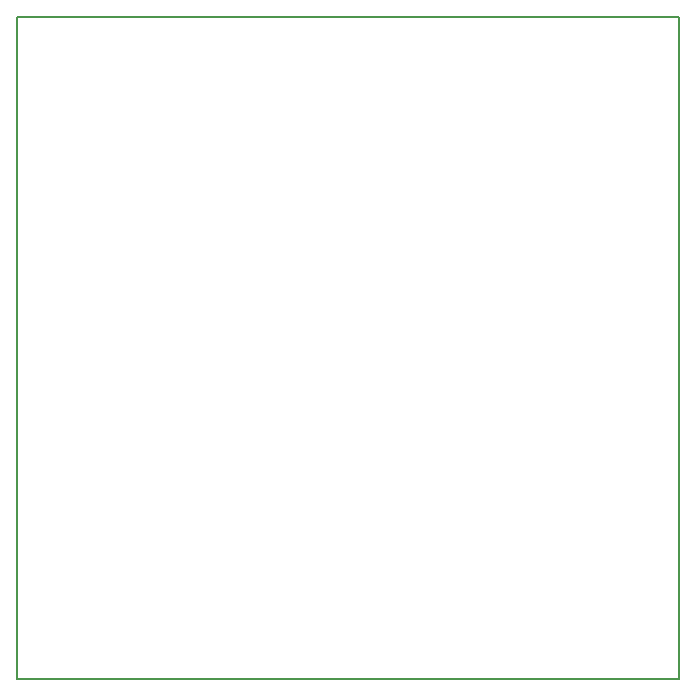
<source format=gbr>
G04 (created by PCBNEW (2013-07-07 BZR 4022)-stable) date 08-Nov-13 3:33:42 PM*
%MOIN*%
G04 Gerber Fmt 3.4, Leading zero omitted, Abs format*
%FSLAX34Y34*%
G01*
G70*
G90*
G04 APERTURE LIST*
%ADD10C,0.00590551*%
G04 APERTURE END LIST*
G54D10*
X36122Y-29429D02*
X58169Y-29429D01*
X36122Y-7381D02*
X58169Y-7381D01*
X36122Y-29429D02*
X36122Y-7381D01*
X58169Y-7381D02*
X58169Y-29429D01*
M02*

</source>
